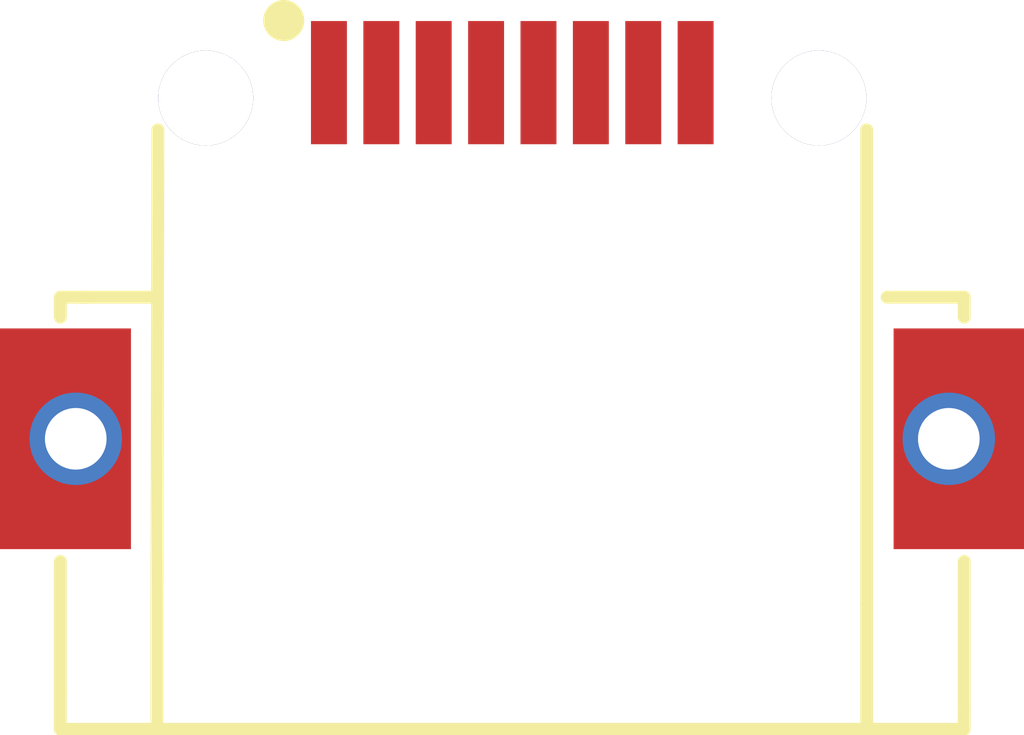
<source format=kicad_pcb>
(kicad_pcb (version 20241229) (generator "pcbnew") (generator_version "9.0")
  (layers (0 "F.Cu" signal) (2 "B.Cu" signal) (13 "F.Paste" user) (15 "B.Paste" user) (5 "F.SilkS" user "F.Silkscreen") (7 "B.SilkS" user "B.Silkscreen") (1 "F.Mask" user) (3 "B.Mask" user) (25 "Edge.Cuts" user))
  (net 0 "")
  (net 1 "net")
  (net 2 "ETH_P1_P")
  (net 3 "ETH_P2_P")
  (net 4 "ETH_P3_N")
  (net 5 "GND")
  (net 6 "ETH_P1_N")
  (net 7 "ETH_P0_N")
  (net 8 "ETH_P3_P")
  (net 9 "ETH_P0_P")
  (net 10 "ETH_P2_N")
  (footprint "HCTL_HC_RJ45_055_7:RJ45-SMD_HC-RJ45-055-7_1" (layer "F.Cu") (at 156.7 90.1 0)
    (property "Reference" "RJ1" (hide yes))
    (property "Value" "")
    (fp_line (start -8.8 0.71) (end -8.25 0.71) (stroke (width 0.25)) (layer "F.SilkS"))
    (fp_line (start -8.8 1.1) (end -8.8 0.71) (stroke (width 0.25)) (layer "F.SilkS"))
    (fp_line (start -8.8 8.46) (end -8.8 5.86) (stroke (width 0.25)) (layer "F.SilkS"))
    (fp_line (start -8.8 8.46) (end -8.8 9.13) (stroke (width 0.25)) (layer "F.SilkS"))
    (fp_line (start -8.4 0.71) (end -6.91 0.71) (stroke (width 0.25)) (layer "F.SilkS"))
    (fp_line (start -8.4 9.13) (end -8.8 9.13) (stroke (width 0.25)) (layer "F.SilkS"))
    (fp_line (start -8.4 9.13) (end -6.9 9.13) (stroke (width 0.25)) (layer "F.SilkS"))
    (fp_line (start -6.92 6.7) (end -6.92 9.13) (stroke (width 0.25)) (layer "F.SilkS"))
    (fp_line (start -6.9 -2.55) (end -6.92 6.7) (stroke (width 0.25)) (layer "F.SilkS"))
    (fp_line (start -6.9 9.13) (end 6.9 9.13) (stroke (width 0.25)) (layer "F.SilkS"))
    (fp_line (start 6.9 -2.55) (end 6.9 6.68) (stroke (width 0.25)) (layer "F.SilkS"))
    (fp_line (start 6.9 6.68) (end 6.9 9.13) (stroke (width 0.25)) (layer "F.SilkS"))
    (fp_line (start 7.3 0.71) (end 8.8 0.71) (stroke (width 0.25)) (layer "F.SilkS"))
    (fp_line (start 8.8 1.1) (end 8.8 0.71) (stroke (width 0.25)) (layer "F.SilkS"))
    (fp_line (start 8.8 8.74) (end 8.8 5.86) (stroke (width 0.25)) (layer "F.SilkS"))
    (fp_line (start 8.8 8.74) (end 8.8 9.13) (stroke (width 0.25)) (layer "F.SilkS"))
    (fp_line (start 8.8 9.13) (end 6.9 9.13) (stroke (width 0.25)) (layer "F.SilkS"))
    (fp_circle (center -4.45 -4.68) (end -4.25 -4.68) (stroke (width 0.4)) (fill no) (layer "F.SilkS"))
    (pad "" thru_hole circle (at -5.97 -3.17 0) (size 1.85 1.85) (drill 1.85) (layers "*.Cu" "*.Mask") (net 1 "net"))
    (pad "" thru_hole circle (at 5.97 -3.17 0) (size 1.85 1.85) (drill 1.85) (layers "*.Cu" "*.Mask") (net 1 "net"))
    (pad "1" smd rect (at -3.57 -3.47 0) (size 0.7 2.4) (layers "F.Cu" "F.Mask" "F.Paste") (net 9 "ETH_P0_P"))
    (pad "2" smd rect (at -2.55 -3.47 0) (size 0.7 2.4) (layers "F.Cu" "F.Mask" "F.Paste") (net 7 "ETH_P0_N"))
    (pad "3" smd rect (at -1.53 -3.47 0) (size 0.7 2.4) (layers "F.Cu" "F.Mask" "F.Paste") (net 2 "ETH_P1_P"))
    (pad "4" smd rect (at -0.51 -3.47 0) (size 0.7 2.4) (layers "F.Cu" "F.Mask" "F.Paste") (net 3 "ETH_P2_P"))
    (pad "5" smd rect (at 0.51 -3.47 0) (size 0.7 2.4) (layers "F.Cu" "F.Mask" "F.Paste") (net 10 "ETH_P2_N"))
    (pad "6" smd rect (at 1.53 -3.47 0) (size 0.7 2.4) (layers "F.Cu" "F.Mask" "F.Paste") (net 6 "ETH_P1_N"))
    (pad "7" smd rect (at 2.55 -3.47 0) (size 0.7 2.4) (layers "F.Cu" "F.Mask" "F.Paste") (net 8 "ETH_P3_P"))
    (pad "8" smd rect (at 3.57 -3.47 0) (size 0.7 2.4) (layers "F.Cu" "F.Mask" "F.Paste") (net 4 "ETH_P3_N"))
    (pad "9" thru_hole circle (at 8.5 3.47 0) (size 1.8 1.8) (drill 1.199998) (layers "*.Cu" "*.Mask") (net 5 "GND"))
    (pad "9" smd rect (at 8.7 3.47 0) (size 2.55 4.3) (layers "F.Cu" "F.Mask" "F.Paste") (net 5 "GND"))
    (pad "10" smd rect (at -8.7 3.47 0) (size 2.55 4.3) (layers "F.Cu" "F.Mask" "F.Paste") (net 5 "GND"))
    (pad "10" thru_hole circle (at -8.5 3.47 0) (size 1.8 1.8) (drill 1.199998) (layers "*.Cu" "*.Mask") (net 5 "GND"))
  )
)
</source>
